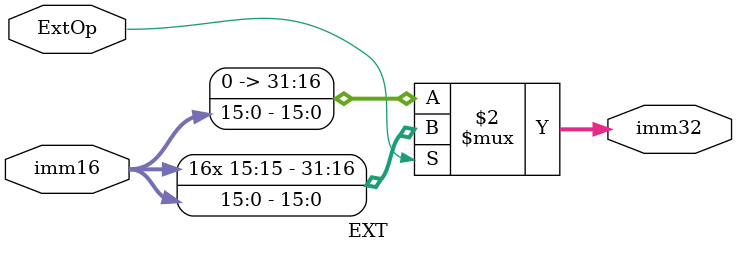
<source format=v>
`timescale 1ns / 1ps
`default_nettype none
module EXT (
    input wire [15:0] imm16,
    input wire ExtOp,
    output wire [31:0] imm32
);
    assign imm32 = (ExtOp == 1'b1) ? {{16{imm16[15]}}, imm16} : {16'b0, imm16};

endmodule

</source>
